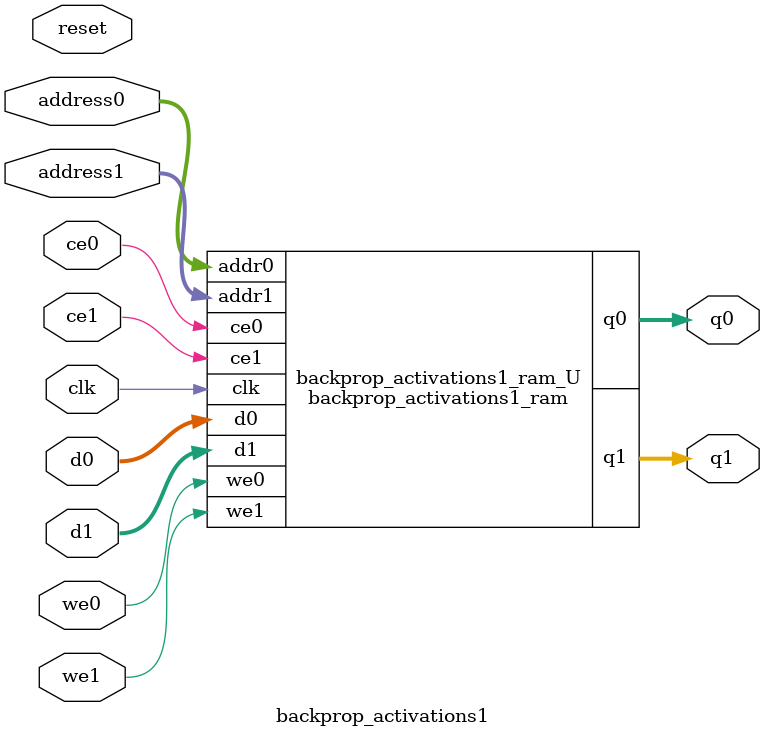
<source format=v>
`timescale 1 ns / 1 ps
module backprop_activations1_ram (addr0, ce0, d0, we0, q0, addr1, ce1, d1, we1, q1,  clk);

parameter DWIDTH = 64;
parameter AWIDTH = 6;
parameter MEM_SIZE = 64;

input[AWIDTH-1:0] addr0;
input ce0;
input[DWIDTH-1:0] d0;
input we0;
output reg[DWIDTH-1:0] q0;
input[AWIDTH-1:0] addr1;
input ce1;
input[DWIDTH-1:0] d1;
input we1;
output reg[DWIDTH-1:0] q1;
input clk;

reg [DWIDTH-1:0] ram[0:MEM_SIZE-1];




always @(posedge clk)  
begin 
    if (ce0) begin
        if (we0) 
            ram[addr0] <= d0; 
        q0 <= ram[addr0];
    end
end


always @(posedge clk)  
begin 
    if (ce1) begin
        if (we1) 
            ram[addr1] <= d1; 
        q1 <= ram[addr1];
    end
end


endmodule

`timescale 1 ns / 1 ps
module backprop_activations1(
    reset,
    clk,
    address0,
    ce0,
    we0,
    d0,
    q0,
    address1,
    ce1,
    we1,
    d1,
    q1);

parameter DataWidth = 32'd64;
parameter AddressRange = 32'd64;
parameter AddressWidth = 32'd6;
input reset;
input clk;
input[AddressWidth - 1:0] address0;
input ce0;
input we0;
input[DataWidth - 1:0] d0;
output[DataWidth - 1:0] q0;
input[AddressWidth - 1:0] address1;
input ce1;
input we1;
input[DataWidth - 1:0] d1;
output[DataWidth - 1:0] q1;



backprop_activations1_ram backprop_activations1_ram_U(
    .clk( clk ),
    .addr0( address0 ),
    .ce0( ce0 ),
    .we0( we0 ),
    .d0( d0 ),
    .q0( q0 ),
    .addr1( address1 ),
    .ce1( ce1 ),
    .we1( we1 ),
    .d1( d1 ),
    .q1( q1 ));

endmodule


</source>
